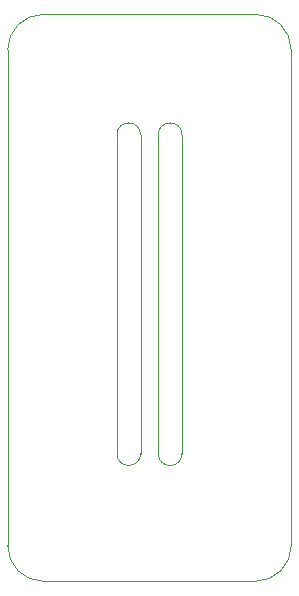
<source format=gm1>
G04 #@! TF.GenerationSoftware,KiCad,Pcbnew,6.0.1-79c1e3a40b~116~ubuntu20.04.1*
G04 #@! TF.CreationDate,2022-01-18T16:29:50+01:00*
G04 #@! TF.ProjectId,Arduino_GPIB_Adapter,41726475-696e-46f5-9f47-5049425f4164,rev?*
G04 #@! TF.SameCoordinates,Original*
G04 #@! TF.FileFunction,Profile,NP*
%FSLAX46Y46*%
G04 Gerber Fmt 4.6, Leading zero omitted, Abs format (unit mm)*
G04 Created by KiCad (PCBNEW 6.0.1-79c1e3a40b~116~ubuntu20.04.1) date 2022-01-18 16:29:50*
%MOMM*%
%LPD*%
G01*
G04 APERTURE LIST*
G04 #@! TA.AperFunction,Profile*
%ADD10C,0.100000*%
G04 #@! TD*
G04 APERTURE END LIST*
D10*
X130894999Y-122574999D02*
G75*
G03*
X133894999Y-125574999I3000001J1D01*
G01*
X133894999Y-125574999D02*
X151894999Y-125574999D01*
X133894999Y-77574999D02*
G75*
G03*
X130894999Y-80574999I1J-3000001D01*
G01*
X151894999Y-125574999D02*
G75*
G03*
X154894999Y-122574999I-1J3000001D01*
G01*
X130894999Y-80574999D02*
X130894999Y-122574999D01*
X151894999Y-77574999D02*
X133894999Y-77574999D01*
X154894999Y-80574999D02*
G75*
G03*
X151894999Y-77574999I-3000001J-1D01*
G01*
X154894999Y-122574999D02*
X154894999Y-80574999D01*
X145644999Y-87774999D02*
X145644999Y-114774999D01*
X143644999Y-114774999D02*
X143644999Y-87774999D01*
X142144999Y-114774999D02*
X142144999Y-87774999D01*
X140144999Y-87774999D02*
X140144999Y-114774999D01*
X142144999Y-87774999D02*
G75*
G03*
X140144999Y-87774999I-1000000J0D01*
G01*
X145644999Y-87774999D02*
G75*
G03*
X143644999Y-87774999I-1000000J0D01*
G01*
X143644999Y-114774999D02*
G75*
G03*
X145644999Y-114774999I1000000J0D01*
G01*
X140144999Y-114774999D02*
G75*
G03*
X142144999Y-114774999I1000000J0D01*
G01*
M02*

</source>
